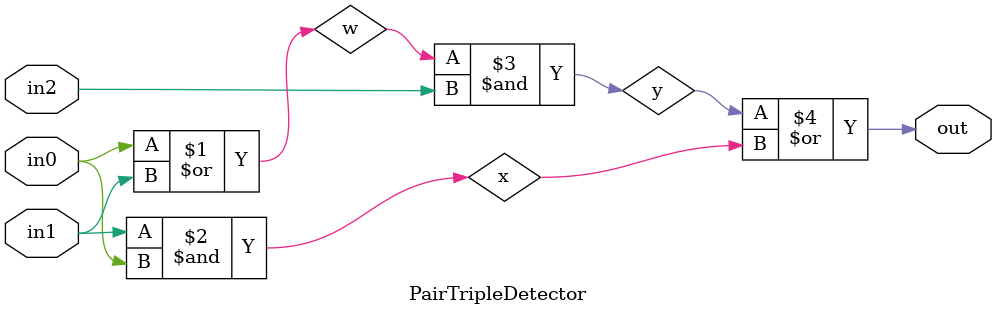
<source format=v>

module PairTripleDetector
(
  input  wire in0,
  input  wire in1,
  input  wire in2,
  output wire out
);

  wire w;
  wire x;
  wire y;

  or ( w, in0, in1 );
  and( x, in1, in0 );
  and( y, w, in2 );
  or ( out, y, x);


  // '''''''''''''''''''''''''''''''''''''''''''''''''''''''''''''''''''''
  // Discussion Section Task
  // '''''''''''''''''''''''''''''''''''''''''''''''''''''''''''''''''''''
  // Implement a pair/triple detector using explicit gate-level modeling.

endmodule


</source>
